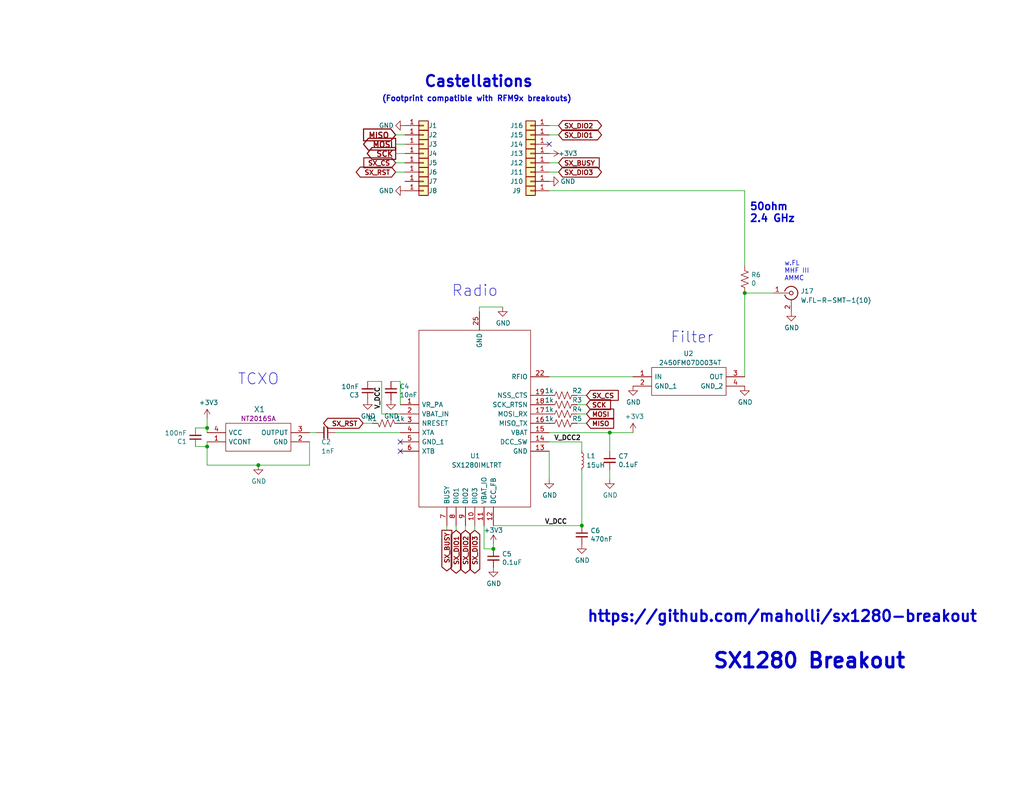
<source format=kicad_sch>
(kicad_sch (version 20211123) (generator eeschema)
  (paper "USLetter")
  (title_block (title "SX1280 Breakout") (rev "v1b") (comment 2 "M.Holliday"))
  (lib_symbols
    (symbol "Connector:Conn_Coaxial" (pin_names (offset 1.016) hide)
      (property "Reference" "J" (at 0.254 3.048 0))
      (property "Value" "Conn_Coaxial" (at 2.921 0 90))
      (symbol "Conn_Coaxial_0_1"
        (arc (start -1.778 -0.508) (mid 0.2311 -1.8066) (end 1.778 0) (stroke (width 0.254)))
        (polyline (pts (xy -2.54 0) (xy -0.508 0)))
        (polyline (pts (xy 0 -2.54) (xy 0 -1.778)))
        (circle (center 0 0) (radius 0.508) (stroke (width 0.2032)))
        (arc (start 1.778 0) (mid 0.2099 1.8101) (end -1.778 0.508) (stroke (width 0.254)))
      )
      (symbol "Conn_Coaxial_1_1"
        (pin passive line (at -5.08 0 0) (length 2.54) (name "In") (number "1"))
        (pin passive line (at 0 -5.08 90) (length 2.54) (name "Ext") (number "2"))
      )
    )
    (symbol "Connector_Generic:Conn_01x01" (pin_names (offset 1.016) hide)
      (property "Reference" "J" (at 0 2.54 0))
      (property "Value" "Conn_01x01" (at 0 -2.54 0))
      (symbol "Conn_01x01_1_1"
        (rectangle (start -1.27 0.127) (end 0 -0.127) (stroke (width 0.1524)))
        (rectangle (start -1.27 1.27) (end 1.27 -1.27) (stroke (width 0.254)) (fill (type background)))
        (pin passive line (at -5.08 0 0) (length 3.81) (name "Pin_1") (number "1"))
      )
    )
    (symbol "Device:C_Small" (pin_numbers hide) (pin_names (offset 0.254) hide)
      (property "Reference" "C" (at 0.254 1.778 0))
      (property "Value" "C_Small" (at 0.254 -2.032 0))
      (symbol "C_Small_0_1"
        (polyline (pts (xy -1.524 -0.508) (xy 1.524 -0.508)) (stroke (width 0.3302)))
        (polyline (pts (xy -1.524 0.508) (xy 1.524 0.508)) (stroke (width 0.3048)))
      )
      (symbol "C_Small_1_1"
        (pin passive line (at 0 2.54 270) (length 2.032) (name "~") (number "1"))
        (pin passive line (at 0 -2.54 90) (length 2.032) (name "~") (number "2"))
      )
    )
    (symbol "Device:L_Small" (pin_numbers hide) (pin_names (offset 0.254) hide)
      (property "Reference" "L" (at 0.762 1.016 0))
      (property "Value" "L_Small" (at 0.762 -1.016 0))
      (symbol "L_Small_0_1"
        (arc (start 0 -2.032) (mid 0.508 -1.524) (end 0 -1.016))
        (arc (start 0 -1.016) (mid 0.508 -0.508) (end 0 0))
        (arc (start 0 0) (mid 0.508 0.508) (end 0 1.016))
        (arc (start 0 1.016) (mid 0.508 1.524) (end 0 2.032))
      )
      (symbol "L_Small_1_1"
        (pin passive line (at 0 2.54 270) (length 0.508) (name "~") (number "1"))
        (pin passive line (at 0 -2.54 90) (length 0.508) (name "~") (number "2"))
      )
    )
    (symbol "Device:R_US" (pin_numbers hide) (pin_names (offset 0))
      (property "Reference" "R" (at 2.54 0 90))
      (property "Value" "R_US" (at -2.54 0 90))
      (symbol "R_US_0_1"
        (polyline (pts (xy 0 -2.286) (xy 0 -2.54)))
        (polyline (pts (xy 0 2.286) (xy 0 2.54)))
        (polyline (pts (xy 0 -0.762) (xy 1.016 -1.143) (xy 0 -1.524) (xy -1.016 -1.905) (xy 0 -2.286)))
        (polyline (pts (xy 0 0.762) (xy 1.016 0.381) (xy 0 0) (xy -1.016 -0.381) (xy 0 -0.762)))
        (polyline (pts (xy 0 2.286) (xy 1.016 1.905) (xy 0 1.524) (xy -1.016 1.143) (xy 0 0.762)))
      )
      (symbol "R_US_1_1"
        (pin passive line (at 0 3.81 270) (length 1.27) (name "~") (number "1"))
        (pin passive line (at 0 -3.81 90) (length 1.27) (name "~") (number "2"))
      )
    )
    (symbol "power:+3V3" (power) (pin_names (offset 0))
      (property "Value" "+3V3" (at 0 3.556 0))
      (symbol "+3V3_0_1"
        (polyline (pts (xy -0.762 1.27) (xy 0 2.54)))
        (polyline (pts (xy 0 0) (xy 0 2.54)))
        (polyline (pts (xy 0 2.54) (xy 0.762 1.27)))
      )
      (symbol "+3V3_1_1"
        (pin power_in line (at 0 0 90) (length 0) hide (name "+3V3") (number "1"))
      )
    )
    (symbol "power:GND" (power) (pin_names (offset 0))
      (property "Value" "GND" (at 0 -3.81 0))
      (symbol "GND_0_1"
        (polyline (pts (xy 0 0) (xy 0 -1.27) (xy 1.27 -1.27) (xy 0 -2.54) (xy -1.27 -1.27) (xy 0 -1.27)))
      )
      (symbol "GND_1_1"
        (pin power_in line (at 0 0 270) (length 0) hide (name "GND") (number "1"))
      )
    )
    (symbol "symbols:2450FM07D0034T" (pin_names (offset 0.762))
      (property "Reference" "FL" (at 26.67 7.62 0))
      (property "Value" "2450FM07D0034T" (at 26.67 5.08 0))
      (symbol "2450FM07D0034T_0_0"
        (pin bidirectional line (at 0 0 0) (length 5.08) (name "IN") (number "1"))
        (pin bidirectional line (at 0 -2.54 0) (length 5.08) (name "GND_1") (number "2"))
        (pin bidirectional line (at 30.48 0 180) (length 5.08) (name "OUT") (number "3"))
        (pin bidirectional line (at 30.48 -2.54 180) (length 5.08) (name "GND_2") (number "4"))
      )
      (symbol "2450FM07D0034T_0_1"
        (polyline (pts (xy 5.08 2.54) (xy 25.4 2.54) (xy 25.4 -5.08) (xy 5.08 -5.08) (xy 5.08 2.54)) (stroke (width 0.1524)))
      )
    )
    (symbol "symbols:NT2016SA" (pin_names (offset 0.762))
      (property "Reference" "Y?" (at 13.97 6.35 0))
      (property "Value" "NT2016SA" (at 13.97 3.81 0))
      (symbol "NT2016SA_0_0"
        (pin passive line (at 0 -2.54 0) (length 5.08) (name "VCONT") (number "1"))
        (pin passive line (at 27.94 -2.54 180) (length 5.08) (name "GND") (number "2"))
        (pin passive line (at 27.94 0 180) (length 5.08) (name "OUTPUT") (number "3"))
        (pin passive line (at 0 0 0) (length 5.08) (name "VCC") (number "4"))
      )
      (symbol "NT2016SA_0_1"
        (polyline (pts (xy 5.08 2.54) (xy 22.86 2.54) (xy 22.86 -5.08) (xy 5.08 -5.08) (xy 5.08 2.54)) (stroke (width 0.1524)))
      )
    )
    (symbol "symbols:SX1280IMLTRT" (pin_names (offset 0.762))
      (property "Reference" "IC" (at 36.83 25.4 0))
      (property "Value" "SX1280IMLTRT" (at 36.83 22.86 0))
      (symbol "SX1280IMLTRT_0_0"
        (pin bidirectional line (at 0 0 0) (length 5.08) (name "VR_PA") (number "1"))
        (pin bidirectional line (at 20.32 -33.02 90) (length 5.08) (name "DIO3") (number "10"))
        (pin bidirectional line (at 22.86 -33.02 90) (length 5.08) (name "VBAT_IO") (number "11"))
        (pin bidirectional line (at 25.4 -33.02 90) (length 5.08) (name "DCC_FB") (number "12"))
        (pin bidirectional line (at 40.64 -12.7 180) (length 5.08) (name "GND") (number "13"))
        (pin bidirectional line (at 40.64 -10.16 180) (length 5.08) (name "DCC_SW") (number "14"))
        (pin bidirectional line (at 40.64 -7.62 180) (length 5.08) (name "VBAT") (number "15"))
        (pin bidirectional line (at 40.64 -5.08 180) (length 5.08) (name "MISO_TX") (number "16"))
        (pin bidirectional line (at 40.64 -2.54 180) (length 5.08) (name "MOSI_RX") (number "17"))
        (pin bidirectional line (at 40.64 0 180) (length 5.08) (name "SCK_RTSN") (number "18"))
        (pin bidirectional line (at 40.64 2.54 180) (length 5.08) (name "NSS_CTS") (number "19"))
        (pin bidirectional line (at 0 -2.54 0) (length 5.08) (name "VBAT_IN") (number "2"))
        (pin power_in line (at 21.59 25.4 270) (length 5.08) hide (name "GND") (number "20"))
        (pin power_in line (at 21.59 25.4 270) (length 5.08) hide (name "GND") (number "21"))
        (pin bidirectional line (at 40.64 7.62 180) (length 5.08) (name "RFIO") (number "22"))
        (pin power_in line (at 21.59 25.4 270) (length 5.08) hide (name "GND") (number "23"))
        (pin power_in line (at 21.59 25.4 270) (length 5.08) hide (name "GND") (number "24"))
        (pin power_in line (at 21.59 25.4 270) (length 5.08) (name "GND") (number "25"))
        (pin bidirectional line (at 0 -5.08 0) (length 5.08) (name "NRESET") (number "3"))
        (pin bidirectional line (at 0 -7.62 0) (length 5.08) (name "XTA") (number "4"))
        (pin bidirectional line (at 0 -10.16 0) (length 5.08) (name "GND_1") (number "5"))
        (pin bidirectional line (at 0 -12.7 0) (length 5.08) (name "XTB") (number "6"))
        (pin bidirectional line (at 12.7 -33.02 90) (length 5.08) (name "BUSY") (number "7"))
        (pin bidirectional line (at 15.24 -33.02 90) (length 5.08) (name "DIO1") (number "8"))
        (pin bidirectional line (at 17.78 -33.02 90) (length 5.08) (name "DIO2") (number "9"))
      )
      (symbol "SX1280IMLTRT_0_1"
        (polyline (pts (xy 5.08 20.32) (xy 35.56 20.32) (xy 35.56 -27.94) (xy 5.08 -27.94) (xy 5.08 20.32)) (stroke (width 0.1524)))
      )
    )
  )
  (junction (at 203.2 80.01))
  (junction (at 56.515 116.84))
  (junction (at 134.62 149.86))
  (junction (at 158.75 143.51))
  (junction (at 56.515 121.92))
  (junction (at 70.485 127))
  (junction (at 166.37 118.11))
  (no_connect (at 109.22 123.19))
  (no_connect (at 149.86 39.37))
  (no_connect (at 109.22 120.65))
  (wire (pts (xy 157.48 107.95) (xy 160.02 107.95)))
  (wire (pts (xy 157.48 115.57) (xy 160.02 115.57)))
  (wire (pts (xy 152.4 44.45) (xy 149.86 44.45)))
  (wire (pts (xy 158.75 128.27) (xy 158.75 143.51)))
  (wire (pts (xy 56.515 127) (xy 56.515 121.92)))
  (wire (pts (xy 53.34 116.84) (xy 56.515 116.84)))
  (wire (pts (xy 130.81 83.82) (xy 137.16 83.82)))
  (wire (pts (xy 149.86 123.19) (xy 149.86 130.81)))
  (wire (pts (xy 129.54 143.51) (xy 129.54 144.78)))
  (wire (pts (xy 121.92 143.51) (xy 121.92 144.78)))
  (wire (pts (xy 152.4 34.29) (xy 149.86 34.29)))
  (wire (pts (xy 109.22 104.14) (xy 106.68 104.14)))
  (wire (pts (xy 56.515 121.92) (xy 56.515 120.65)))
  (wire (pts (xy 157.48 110.49) (xy 160.02 110.49)))
  (wire (pts (xy 53.34 121.92) (xy 56.515 121.92)))
  (wire (pts (xy 70.485 127) (xy 84.455 127)))
  (wire (pts (xy 134.62 149.86) (xy 134.62 148.59)))
  (wire (pts (xy 101.6 115.57) (xy 99.06 115.57)))
  (wire (pts (xy 110.49 46.99) (xy 107.95 46.99)))
  (wire (pts (xy 86.36 118.11) (xy 84.455 118.11)))
  (wire (pts (xy 84.455 127) (xy 84.455 120.65)))
  (wire (pts (xy 91.44 118.11) (xy 109.22 118.11)))
  (wire (pts (xy 104.14 113.03) (xy 104.14 104.14)))
  (wire (pts (xy 203.2 72.39) (xy 203.2 52.07)))
  (wire (pts (xy 166.37 128.27) (xy 166.37 130.81)))
  (wire (pts (xy 203.2 80.01) (xy 210.82 80.01)))
  (wire (pts (xy 107.95 41.91) (xy 110.49 41.91)))
  (wire (pts (xy 166.37 123.19) (xy 166.37 118.11)))
  (wire (pts (xy 109.22 110.49) (xy 109.22 104.14)))
  (wire (pts (xy 134.62 143.51) (xy 158.75 143.51)))
  (wire (pts (xy 132.08 149.86) (xy 134.62 149.86)))
  (wire (pts (xy 158.75 120.65) (xy 149.86 120.65)))
  (wire (pts (xy 203.2 80.01) (xy 203.2 102.87)))
  (wire (pts (xy 157.48 113.03) (xy 160.02 113.03)))
  (wire (pts (xy 130.81 85.09) (xy 130.81 83.82)))
  (wire (pts (xy 158.75 123.19) (xy 158.75 120.65)))
  (wire (pts (xy 109.22 113.03) (xy 104.14 113.03)))
  (wire (pts (xy 110.49 44.45) (xy 107.95 44.45)))
  (wire (pts (xy 172.72 118.11) (xy 166.37 118.11)))
  (wire (pts (xy 149.86 118.11) (xy 166.37 118.11)))
  (wire (pts (xy 124.46 143.51) (xy 124.46 144.78)))
  (wire (pts (xy 100.33 104.14) (xy 104.14 104.14)))
  (wire (pts (xy 107.95 39.37) (xy 110.49 39.37)))
  (wire (pts (xy 107.95 36.83) (xy 110.49 36.83)))
  (wire (pts (xy 152.4 46.99) (xy 149.86 46.99)))
  (wire (pts (xy 56.515 114.3) (xy 56.515 116.84)))
  (wire (pts (xy 56.515 116.84) (xy 56.515 118.11)))
  (wire (pts (xy 132.08 143.51) (xy 132.08 149.86)))
  (wire (pts (xy 149.86 102.87) (xy 172.72 102.87)))
  (wire (pts (xy 70.485 127) (xy 56.515 127)))
  (wire (pts (xy 149.86 52.07) (xy 203.2 52.07)))
  (wire (pts (xy 127 143.51) (xy 127 144.78)))
  (wire (pts (xy 152.4 36.83) (xy 149.86 36.83)))
  (text "https://github.com/maholli/sx1280-breakout\n" (at 160.02 170.18 0) (effects (font (size 2.9972 2.9972) (thickness 0.5994) bold) (justify left bottom)))
  (text "TCXO\n" (at 64.77 105.41 0) (effects (font (size 2.9972 2.9972)) (justify left bottom)))
  (text "Castellations\n" (at 115.57 24.13 0) (effects (font (size 2.9972 2.9972) (thickness 0.5994) bold) (justify left bottom)))
  (text "SX1280 Breakout" (at 194.31 182.88 0) (effects (font (size 3.9878 3.9878) (thickness 0.7976) bold) (justify left bottom)))
  (text "w.FL\nMHF III\nAMMC" (at 213.995 76.835 0) (effects (font (size 1.27 1.27)) (justify left bottom)))
  (text "	\n" (at 234.95 71.755 0) (effects (font (size 1.27 1.27)) (justify left bottom)))
  (text "Filter\n" (at 182.88 93.98 0) (effects (font (size 2.9972 2.9972)) (justify left bottom)))
  (text "Radio\n" (at 123.19 81.28 0) (effects (font (size 2.9972 2.9972)) (justify left bottom)))
  (text "(Footprint compatible with RFM9x breakouts)" (at 104.14 27.94 0) (effects (font (size 1.4986 1.4986) (thickness 0.2997) bold) (justify left bottom)))
  (text "50ohm\n2.4 GHz" (at 204.47 60.96 0) (effects (font (size 2.0066 2.0066) (thickness 0.4013) bold) (justify left bottom)))
  (label "V_DCC" (at 104.14 111.76 90) (effects (font (thickness 0.254) bold)))
  (label "V_DCC" (at 148.59 143.51 0) (effects (font (thickness 0.254) bold)))
  (label "V_DCC2" (at 151.13 120.65 0) (effects (font (thickness 0.254) bold)))
  (global_label "MOSI" (shape input) (at 160.02 113.03 0) (effects (font (thickness 0.254) bold)) (property "Intersheet References" "${INTERSHEET_REFS}" (effects hide)))
  (global_label "SX_CS" (shape input) (at 107.95 44.45 180) (effects (font (thickness 0.254) bold)) (property "Intersheet References" "${INTERSHEET_REFS}" (effects hide)))
  (global_label "SX_BUSY" (shape input) (at 152.4 44.45 0) (effects (font (thickness 0.254) bold)) (property "Intersheet References" "${INTERSHEET_REFS}" (effects hide)))
  (global_label "SX_DIO1" (shape bidirectional) (at 152.4 36.83 0) (effects (font (thickness 0.254) bold)) (property "Intersheet References" "${INTERSHEET_REFS}" (effects hide)))
  (global_label "SX_DIO3" (shape bidirectional) (at 129.54 144.78 270) (effects (font (thickness 0.254) bold)) (property "Intersheet References" "${INTERSHEET_REFS}" (effects hide)))
  (global_label "SX_RST" (shape bidirectional) (at 99.06 115.57 180) (effects (font (thickness 0.254) bold)) (property "Intersheet References" "${INTERSHEET_REFS}" (effects hide)))
  (global_label "SX_DIO3" (shape bidirectional) (at 152.4 46.99 0) (effects (font (thickness 0.254) bold)) (property "Intersheet References" "${INTERSHEET_REFS}" (effects hide)))
  (global_label "SX_DIO2" (shape bidirectional) (at 152.4 34.29 0) (effects (font (thickness 0.254) bold)) (property "Intersheet References" "${INTERSHEET_REFS}" (effects hide)))
  (global_label "SX_CS" (shape input) (at 160.02 107.95 0) (effects (font (thickness 0.254) bold)) (property "Intersheet References" "${INTERSHEET_REFS}" (effects hide)))
  (global_label "SX_DIO1" (shape bidirectional) (at 124.46 144.78 270) (effects (font (thickness 0.254) bold)) (property "Intersheet References" "${INTERSHEET_REFS}" (effects hide)))
  (global_label "SX_DIO2" (shape bidirectional) (at 127 144.78 270) (effects (font (thickness 0.254) bold)) (property "Intersheet References" "${INTERSHEET_REFS}" (effects hide)))
  (global_label "SCK" (shape input) (at 160.02 110.49 0) (effects (font (thickness 0.254) bold)) (property "Intersheet References" "${INTERSHEET_REFS}" (effects hide)))
  (global_label "SX_RST" (shape bidirectional) (at 107.95 46.99 180) (effects (font (thickness 0.254) bold)) (property "Intersheet References" "${INTERSHEET_REFS}" (effects hide)))
  (global_label "MISO" (shape input) (at 160.02 115.57 0) (effects (font (thickness 0.254) bold)) (property "Intersheet References" "${INTERSHEET_REFS}" (effects hide)))
  (global_label "MOSI" (shape output) (at 107.95 39.37 180) (effects (font (size 1.4986 1.4986) (thickness 0.2997) bold)) (property "Intersheet References" "${INTERSHEET_REFS}" (effects hide)))
  (global_label "SX_BUSY" (shape output) (at 121.92 144.78 270) (effects (font (thickness 0.254) bold)) (property "Intersheet References" "${INTERSHEET_REFS}" (effects hide)))
  (global_label "SCK" (shape output) (at 107.95 41.91 180) (effects (font (size 1.4986 1.4986) (thickness 0.2997) bold)) (property "Intersheet References" "${INTERSHEET_REFS}" (effects hide)))
  (global_label "MISO" (shape input) (at 107.95 36.83 180) (effects (font (size 1.4986 1.4986) (thickness 0.2997) bold)) (property "Intersheet References" "${INTERSHEET_REFS}" (effects hide)))
  (symbol (lib_id "Device:L_Small") (at 158.75 125.73 0) (unit 1)
    (property "Reference" "L1" (at 161.29 124.46 0))
    (property "Value" "15uH" (at 162.56 127 0))
    (property "Footprint" "Inductor_SMD:L_0805_2012Metric" (effects hide))
    (property "PN" "MLZ2012M150W" (effects hide))
  )
  (symbol (lib_id "symbols:NT2016SA") (at 56.515 118.11 0) (unit 1)
    (property "Reference" "X1" (at 72.39 111.76 0) (effects (font (size 1.524 1.524)) (justify right)))
    (property "Value" "52.000 MHz" (effects hide))
    (property "Footprint" "Crystal:Crystal_SMD_2016-4Pin_2.0x1.6mm" (effects hide))
    (property "Datasheet" "https://www.ndk.com/images/products/catalog/c_NT2016SA_AFC_e.pdf" (effects hide))
    (property "PN" "NT2016SA" (at 70.485 114.3 0))
    (property "Description" "XTAL OSC TCXO" (effects hide))
    (property "Height" "0.8" (effects hide))
    (property "Manufacturer_Name" "NIHON DEMPA KOGYO" (effects hide))
    (property "Manufacturer_Part_Number" "NT2016SA-38.4MHZ-END4679A" (effects hide))
  )
  (symbol (lib_id "power:GND") (at 172.72 105.41 0) (unit 1)
    (property "Reference" "#PWR0101" (effects hide))
    (property "Value" "GND" (at 172.847 109.8042 0))
  )
  (symbol (lib_id "power:GND") (at 203.2 105.41 0) (unit 1)
    (property "Reference" "#PWR0102" (effects hide))
    (property "Value" "GND" (at 203.327 109.8042 0))
  )
  (symbol (lib_id "symbols:2450FM07D0034T") (at 172.72 102.87 0) (unit 1)
    (property "Reference" "U2" (at 189.23 96.52 0) (effects (justify right)))
    (property "Value" "2450FM07D0034T" (at 196.85 99.06 0) (effects (justify right)))
    (property "Footprint" "custom-footprints:2450FM07D0034T" (effects hide))
    (property "Description" "Signal Conditioning Mini 2.45GHz Imped Matchd Frnt-End Fltr" (effects hide))
    (property "Height" "0.4" (effects hide))
    (property "Manufacturer_Name" "JOHANSON TECHNOLOGY" (effects hide))
    (property "Manufacturer_Part_Number" "2450FM07D0034T" (effects hide))
    (property "Mouser Part Number" "609-2450FM07D0034T" (effects hide))
    (property "Mouser Price/Stock" "https://www.mouser.com/Search/Refine.aspx?Keyword=609-2450FM07D0034T" (effects hide))
  )
  (symbol (lib_id "Connector_Generic:Conn_01x01") (at 144.78 34.29 180) (unit 1)
    (property "Reference" "J16" (at 140.97 34.29 0))
    (property "Value" "Conn_01x01" (effects hide))
    (property "Footprint" "custom-footprints:castellated_04mm" (effects hide))
  )
  (symbol (lib_id "Connector_Generic:Conn_01x01") (at 144.78 49.53 180) (unit 1)
    (property "Reference" "J10" (at 140.97 49.53 0))
    (property "Value" "Conn_01x01" (effects hide))
    (property "Footprint" "custom-footprints:castellated_04mm" (effects hide))
  )
  (symbol (lib_id "Connector_Generic:Conn_01x01") (at 144.78 41.91 180) (unit 1)
    (property "Reference" "J13" (at 140.97 41.91 0))
    (property "Value" "Conn_01x01" (effects hide))
    (property "Footprint" "custom-footprints:castellated_04mm" (effects hide))
  )
  (symbol (lib_id "Connector_Generic:Conn_01x01") (at 115.57 49.53 0) (unit 1)
    (property "Reference" "J7" (at 118.11 49.53 0))
    (property "Value" "Conn_01x01" (effects hide))
    (property "Footprint" "custom-footprints:castellated_04mm" (effects hide))
  )
  (symbol (lib_id "Connector_Generic:Conn_01x01") (at 144.78 46.99 180) (unit 1)
    (property "Reference" "J11" (at 140.97 46.99 0))
    (property "Value" "Conn_01x01" (effects hide))
    (property "Footprint" "custom-footprints:castellated_04mm" (effects hide))
  )
  (symbol (lib_id "Connector_Generic:Conn_01x01") (at 144.78 39.37 180) (unit 1)
    (property "Reference" "J14" (at 140.97 39.37 0))
    (property "Value" "Conn_01x01" (effects hide))
    (property "Footprint" "custom-footprints:castellated_04mm" (effects hide))
  )
  (symbol (lib_id "Connector_Generic:Conn_01x01") (at 144.78 44.45 180) (unit 1)
    (property "Reference" "J12" (at 140.97 44.45 0))
    (property "Value" "Conn_01x01" (effects hide))
    (property "Footprint" "custom-footprints:castellated_04mm" (effects hide))
  )
  (symbol (lib_id "Connector_Generic:Conn_01x01") (at 144.78 36.83 180) (unit 1)
    (property "Reference" "J15" (at 140.97 36.83 0))
    (property "Value" "Conn_01x01" (effects hide))
    (property "Footprint" "custom-footprints:castellated_04mm" (effects hide))
  )
  (symbol (lib_id "Device:C_Small") (at 106.68 106.68 0) (unit 1)
    (property "Reference" "C4" (at 109.0168 105.5116 0) (effects (justify left)))
    (property "Value" "10nF" (at 109.0168 107.823 0) (effects (justify left)))
    (property "Footprint" "Capacitor_SMD:C_0402_1005Metric" (effects hide))
  )
  (symbol (lib_id "Device:C_Small") (at 100.33 106.68 180) (unit 1)
    (property "Reference" "C3" (at 97.9932 107.8484 0) (effects (justify left)))
    (property "Value" "10nF" (at 97.9932 105.537 0) (effects (justify left)))
    (property "Footprint" "Capacitor_SMD:C_0402_1005Metric" (effects hide))
  )
  (symbol (lib_id "Device:C_Small") (at 134.62 152.4 0) (unit 1)
    (property "Reference" "C5" (at 136.9568 151.2316 0) (effects (justify left)))
    (property "Value" "0.1uF" (at 136.9568 153.543 0) (effects (justify left)))
    (property "Footprint" "Capacitor_SMD:C_0402_1005Metric" (effects hide))
  )
  (symbol (lib_id "Device:C_Small") (at 158.75 146.05 0) (unit 1)
    (property "Reference" "C6" (at 161.0868 144.8816 0) (effects (justify left)))
    (property "Value" "470nF" (at 161.0868 147.193 0) (effects (justify left)))
    (property "Footprint" "Capacitor_SMD:C_0402_1005Metric" (effects hide))
  )
  (symbol (lib_id "Device:C_Small") (at 166.37 125.73 0) (unit 1)
    (property "Reference" "C7" (at 168.7068 124.5616 0) (effects (justify left)))
    (property "Value" "0.1uF" (at 168.7068 126.873 0) (effects (justify left)))
    (property "Footprint" "Capacitor_SMD:C_0402_1005Metric" (effects hide))
  )
  (symbol (lib_id "symbols:SX1280IMLTRT") (at 109.22 110.49 0) (unit 1)
    (property "Reference" "U1" (at 128.27 124.46 0) (effects (justify left)))
    (property "Value" "SX1280IMLTRT" (at 123.19 127 0) (effects (justify left)))
    (property "Footprint" "custom-footprints:QFN50P400X400X80-25N-D" (effects hide))
    (property "Description" "RF Transceiver Long range 2.4 GHz Wireless Transceiver" (effects hide))
    (property "Height" "0.8" (effects hide))
    (property "Manufacturer_Name" "SEMTECH" (effects hide))
    (property "Manufacturer_Part_Number" "SX1280IMLTRT" (effects hide))
    (property "Mouser Part Number" "947-SX1280IMLTRT" (effects hide))
    (property "Mouser Price/Stock" "https://www.mouser.com/Search/Refine.aspx?Keyword=947-SX1280IMLTRT" (effects hide))
  )
  (symbol (lib_id "Connector_Generic:Conn_01x01") (at 115.57 36.83 0) (mirror x) (unit 1)
    (property "Reference" "J2" (at 118.11 36.83 0))
    (property "Value" "Conn_01x01" (effects hide))
    (property "Footprint" "custom-footprints:castellated_04mm" (effects hide))
  )
  (symbol (lib_id "Connector_Generic:Conn_01x01") (at 115.57 39.37 0) (mirror x) (unit 1)
    (property "Reference" "J3" (at 118.11 39.37 0))
    (property "Value" "Conn_01x01" (effects hide))
    (property "Footprint" "custom-footprints:castellated_04mm" (effects hide))
  )
  (symbol (lib_id "Connector_Generic:Conn_01x01") (at 115.57 41.91 0) (mirror x) (unit 1)
    (property "Reference" "J4" (at 118.11 41.91 0))
    (property "Value" "Conn_01x01" (effects hide))
    (property "Footprint" "custom-footprints:castellated_04mm" (effects hide))
  )
  (symbol (lib_id "Connector_Generic:Conn_01x01") (at 115.57 34.29 0) (mirror x) (unit 1)
    (property "Reference" "J1" (at 118.11 34.29 0))
    (property "Value" "Conn_01x01" (effects hide))
    (property "Footprint" "custom-footprints:castellated_04mm" (effects hide))
  )
  (symbol (lib_id "Connector_Generic:Conn_01x01") (at 115.57 44.45 0) (mirror x) (unit 1)
    (property "Reference" "J5" (at 118.11 44.45 0))
    (property "Value" "Conn_01x01" (effects hide))
    (property "Footprint" "custom-footprints:castellated_04mm" (effects hide))
  )
  (symbol (lib_id "Connector_Generic:Conn_01x01") (at 144.78 52.07 0) (mirror y) (unit 1)
    (property "Reference" "J9" (at 140.97 52.07 0))
    (property "Value" "Conn_01x01" (effects hide))
    (property "Footprint" "custom-footprints:castellated_04mm" (effects hide))
  )
  (symbol (lib_id "Connector_Generic:Conn_01x01") (at 115.57 52.07 0) (mirror x) (unit 1)
    (property "Reference" "J8" (at 118.11 52.07 0))
    (property "Value" "Conn_01x01" (effects hide))
    (property "Footprint" "custom-footprints:castellated_04mm" (effects hide))
  )
  (symbol (lib_id "Connector_Generic:Conn_01x01") (at 115.57 46.99 0) (mirror x) (unit 1)
    (property "Reference" "J6" (at 118.11 46.99 0))
    (property "Value" "Conn_01x01" (effects hide))
    (property "Footprint" "custom-footprints:castellated_04mm" (effects hide))
  )
  (symbol (lib_id "Device:R_US") (at 153.67 110.49 270) (unit 1)
    (property "Reference" "R3" (at 157.48 109.22 90))
    (property "Value" "1k" (at 149.86 109.22 90))
    (property "Footprint" "Resistor_SMD:R_0402_1005Metric" (effects hide))
  )
  (symbol (lib_id "Device:R_US") (at 153.67 113.03 270) (unit 1)
    (property "Reference" "R4" (at 157.48 111.76 90))
    (property "Value" "1k" (at 149.86 111.76 90))
    (property "Footprint" "Resistor_SMD:R_0402_1005Metric" (effects hide))
  )
  (symbol (lib_id "Device:R_US") (at 153.67 115.57 270) (unit 1)
    (property "Reference" "R5" (at 157.48 114.3 90))
    (property "Value" "1k" (at 149.86 114.3 90))
    (property "Footprint" "Resistor_SMD:R_0402_1005Metric" (effects hide))
  )
  (symbol (lib_id "power:GND") (at 110.49 34.29 270) (unit 1)
    (property "Reference" "#PWR0103" (effects hide))
    (property "Value" "GND" (at 105.41 34.29 90))
  )
  (symbol (lib_id "power:GND") (at 110.49 52.07 270) (unit 1)
    (property "Reference" "#PWR0104" (effects hide))
    (property "Value" "GND" (at 105.41 52.07 90))
  )
  (symbol (lib_id "power:GND") (at 149.86 49.53 90) (unit 1)
    (property "Reference" "#PWR0105" (effects hide))
    (property "Value" "GND" (at 154.94 49.53 90))
  )
  (symbol (lib_id "power:+3V3") (at 149.86 41.91 270) (unit 1)
    (property "Reference" "#PWR0106" (effects hide))
    (property "Value" "+3V3" (at 154.94 41.91 90))
  )
  (symbol (lib_id "power:+3V3") (at 172.72 118.11 0) (unit 1)
    (property "Reference" "#PWR013" (effects hide))
    (property "Value" "+3V3" (at 173.101 113.7158 0))
  )
  (symbol (lib_id "power:+3V3") (at 134.62 148.59 0) (unit 1)
    (property "Reference" "#PWR07" (effects hide))
    (property "Value" "+3V3" (at 134.62 144.78 0))
  )
  (symbol (lib_id "Device:R_US") (at 105.41 115.57 90) (mirror x) (unit 1)
    (property "Reference" "R1" (at 101.6 114.3 90))
    (property "Value" "1k" (at 109.22 114.3 90))
    (property "Footprint" "Resistor_SMD:R_0402_1005Metric" (effects hide))
  )
  (symbol (lib_id "power:+3V3") (at 56.515 114.3 0) (unit 1)
    (property "Reference" "#PWR04" (effects hide))
    (property "Value" "+3V3" (at 56.896 109.9058 0))
  )
  (symbol (lib_id "Device:C_Small") (at 88.9 118.11 270) (unit 1)
    (property "Reference" "C2" (at 87.63 120.65 90) (effects (justify left)))
    (property "Value" "1nF" (at 87.63 123.19 90) (effects (justify left)))
    (property "Footprint" "Capacitor_SMD:C_0402_1005Metric" (effects hide))
  )
  (symbol (lib_id "Device:C_Small") (at 53.34 119.38 180) (unit 1)
    (property "Reference" "C1" (at 51.0032 120.5484 0) (effects (justify left)))
    (property "Value" "100nF" (at 51.0032 118.237 0) (effects (justify left)))
    (property "Footprint" "Capacitor_SMD:C_0402_1005Metric" (effects hide))
  )
  (symbol (lib_id "Device:R_US") (at 153.67 107.95 270) (unit 1)
    (property "Reference" "R2" (at 157.48 106.68 90))
    (property "Value" "1k" (at 149.86 106.68 90))
    (property "Footprint" "Resistor_SMD:R_0402_1005Metric" (effects hide))
  )
  (symbol (lib_id "power:GND") (at 137.16 83.82 0) (unit 1)
    (property "Reference" "#PWR09" (effects hide))
    (property "Value" "GND" (at 137.287 88.2142 0))
  )
  (symbol (lib_id "power:GND") (at 106.68 109.22 0) (unit 1)
    (property "Reference" "#PWR06" (effects hide))
    (property "Value" "GND" (at 106.807 113.6142 0))
  )
  (symbol (lib_id "power:GND") (at 100.33 109.22 0) (unit 1)
    (property "Reference" "#PWR05" (effects hide))
    (property "Value" "GND" (at 100.457 113.6142 0))
  )
  (symbol (lib_id "power:GND") (at 70.485 127 0) (unit 1)
    (property "Reference" "#PWR03" (effects hide))
    (property "Value" "GND" (at 70.612 131.3942 0))
  )
  (symbol (lib_id "power:GND") (at 149.86 130.81 0) (unit 1)
    (property "Reference" "#PWR010" (effects hide))
    (property "Value" "GND" (at 149.987 135.2042 0))
  )
  (symbol (lib_id "power:GND") (at 166.37 130.81 0) (unit 1)
    (property "Reference" "#PWR012" (effects hide))
    (property "Value" "GND" (at 166.497 135.2042 0))
  )
  (symbol (lib_id "power:GND") (at 158.75 148.59 0) (unit 1)
    (property "Reference" "#PWR011" (effects hide))
    (property "Value" "GND" (at 158.877 152.9842 0))
  )
  (symbol (lib_id "power:GND") (at 134.62 154.94 0) (unit 1)
    (property "Reference" "#PWR08" (effects hide))
    (property "Value" "GND" (at 134.747 159.3342 0))
  )
  (symbol (lib_id "Device:R_US") (at 203.2 76.2 180) (unit 1)
    (property "Reference" "R6" (at 204.9272 75.0316 0) (effects (justify right)))
    (property "Value" "0" (at 204.9272 77.343 0) (effects (justify right)))
    (property "Footprint" "Resistor_SMD:R_0201_0603Metric" (effects hide))
  )
  (symbol (lib_id "power:GND") (at 215.9 85.09 0) (unit 1)
    (property "Reference" "#PWR0107" (effects hide))
    (property "Value" "GND" (at 216.027 89.4842 0))
  )
  (symbol (lib_id "Connector:Conn_Coaxial") (at 215.9 80.01 0) (unit 1)
    (property "Reference" "J17" (at 218.4401 79.4685 0) (effects (justify left)))
    (property "Value" "W.FL-R-SMT-1(10)" (at 218.4401 82.0054 0) (effects (justify left)))
    (property "Footprint" "custom-footprints:w.FL" (effects hide))
    (property "Datasheet" " ~" (effects hide))
  )
)
</source>
